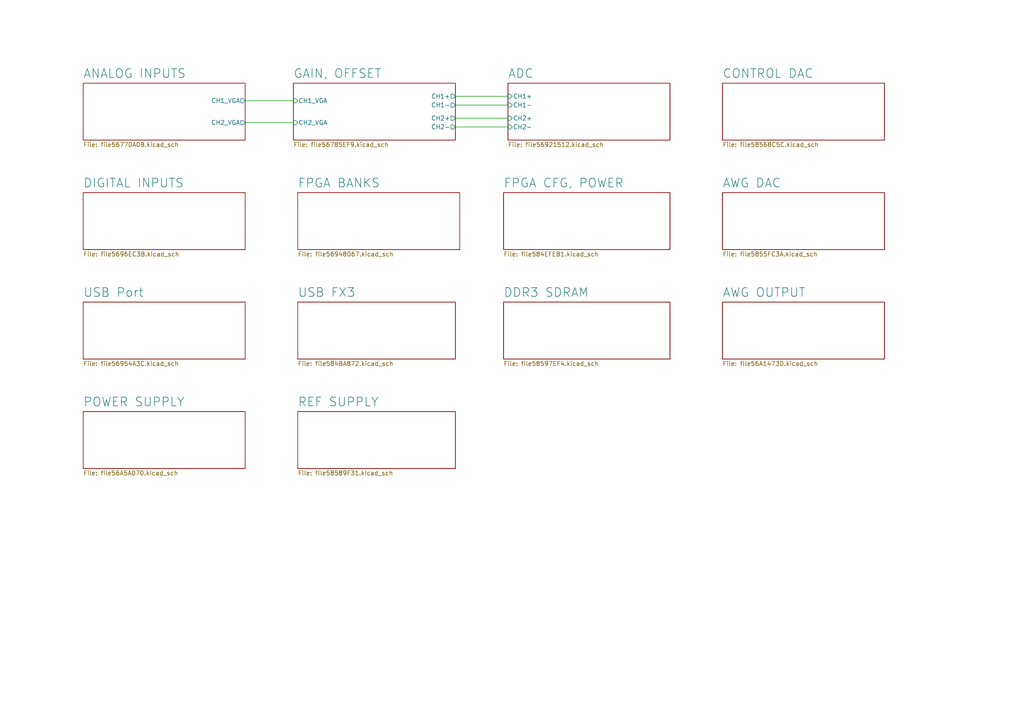
<source format=kicad_sch>
(kicad_sch
	(version 20250114)
	(generator "eeschema")
	(generator_version "9.0")
	(uuid "f31b1c23-2a40-4087-a0b6-64acf0076662")
	(paper "A4")
	(title_block
		(title "Scopefun Oscilloscope")
		(rev "v2")
		(comment 1 "Copyright Dejan Priversek 2019")
		(comment 2 "Licensed under CERN OHL v.1.2")
	)
	(lib_symbols)
	(wire
		(pts
			(xy 132.08 27.94) (xy 147.32 27.94)
		)
		(stroke
			(width 0)
			(type default)
		)
		(uuid "14cd2d16-1b21-4fa7-9b23-bcba202e293f")
	)
	(wire
		(pts
			(xy 71.12 29.21) (xy 85.09 29.21)
		)
		(stroke
			(width 0)
			(type default)
		)
		(uuid "24dca856-d3ea-490f-aa57-0fc0ec1fcbdb")
	)
	(wire
		(pts
			(xy 132.08 34.29) (xy 147.32 34.29)
		)
		(stroke
			(width 0)
			(type default)
		)
		(uuid "557a8e83-0fd0-4a47-8282-21bb82c9e992")
	)
	(wire
		(pts
			(xy 147.32 30.48) (xy 132.08 30.48)
		)
		(stroke
			(width 0)
			(type default)
		)
		(uuid "9b8e6b88-9a43-4388-9767-8c8af87163e5")
	)
	(wire
		(pts
			(xy 71.12 35.56) (xy 85.09 35.56)
		)
		(stroke
			(width 0)
			(type default)
		)
		(uuid "c9c360d1-3daa-4069-8f4c-81a2290f76f1")
	)
	(wire
		(pts
			(xy 147.32 36.83) (xy 132.08 36.83)
		)
		(stroke
			(width 0)
			(type default)
		)
		(uuid "cecad537-f939-488a-8b8d-7ddb3cbd132a")
	)
	(sheet
		(at 24.13 24.13)
		(size 46.99 16.51)
		(exclude_from_sim no)
		(in_bom yes)
		(on_board yes)
		(dnp no)
		(fields_autoplaced yes)
		(stroke
			(width 0)
			(type solid)
		)
		(fill
			(color 0 0 0 0.0000)
		)
		(uuid "00000000-0000-0000-0000-000056770a0b")
		(property "Sheetname" "ANALOG INPUTS"
			(at 24.13 22.7834 0)
			(effects
				(font
					(size 2.54 2.54)
				)
				(justify left bottom)
			)
		)
		(property "Sheetfile" "file56770A0B.kicad_sch"
			(at 24.13 41.2246 0)
			(effects
				(font
					(size 1.27 1.27)
				)
				(justify left top)
			)
		)
		(pin "CH1_VGA" output
			(at 71.12 29.21 0)
			(uuid "4564acd1-0928-4504-9efb-fa2638a88c47")
			(effects
				(font
					(size 1.27 1.27)
				)
				(justify right)
			)
		)
		(pin "CH2_VGA" output
			(at 71.12 35.56 0)
			(uuid "ef6a745d-4272-4e78-af62-089eb7b017b5")
			(effects
				(font
					(size 1.27 1.27)
				)
				(justify right)
			)
		)
		(instances
			(project "Scopefun_v2"
				(path "/f31b1c23-2a40-4087-a0b6-64acf0076662"
					(page "2")
				)
			)
		)
	)
	(sheet
		(at 85.09 24.13)
		(size 46.99 16.51)
		(exclude_from_sim no)
		(in_bom yes)
		(on_board yes)
		(dnp no)
		(fields_autoplaced yes)
		(stroke
			(width 0)
			(type solid)
		)
		(fill
			(color 0 0 0 0.0000)
		)
		(uuid "00000000-0000-0000-0000-000056785ef9")
		(property "Sheetname" "GAIN, OFFSET"
			(at 85.09 22.7834 0)
			(effects
				(font
					(size 2.54 2.54)
				)
				(justify left bottom)
			)
		)
		(property "Sheetfile" "file56785EF9.kicad_sch"
			(at 85.09 41.2246 0)
			(effects
				(font
					(size 1.27 1.27)
				)
				(justify left top)
			)
		)
		(pin "CH1_VGA" input
			(at 85.09 29.21 180)
			(uuid "f3137154-b5bf-4c54-a6c9-0b3037bb001e")
			(effects
				(font
					(size 1.27 1.27)
				)
				(justify left)
			)
		)
		(pin "CH2_VGA" input
			(at 85.09 35.56 180)
			(uuid "b34ebd32-6f7c-4419-b3bc-73ae4893671c")
			(effects
				(font
					(size 1.27 1.27)
				)
				(justify left)
			)
		)
		(pin "CH1+" output
			(at 132.08 27.94 0)
			(uuid "cda067a1-6a12-4b5b-a40f-0b93bc04377e")
			(effects
				(font
					(size 1.27 1.27)
				)
				(justify right)
			)
		)
		(pin "CH1-" output
			(at 132.08 30.48 0)
			(uuid "45d2c456-00a5-4eb3-938b-531022752d3c")
			(effects
				(font
					(size 1.27 1.27)
				)
				(justify right)
			)
		)
		(pin "CH2+" output
			(at 132.08 34.29 0)
			(uuid "0a6b48f6-416b-42df-83c4-8ff3431918c1")
			(effects
				(font
					(size 1.27 1.27)
				)
				(justify right)
			)
		)
		(pin "CH2-" output
			(at 132.08 36.83 0)
			(uuid "026cc0b9-ed25-4fe7-b83b-8e5df44a8dd1")
			(effects
				(font
					(size 1.27 1.27)
				)
				(justify right)
			)
		)
		(instances
			(project "Scopefun_v2"
				(path "/f31b1c23-2a40-4087-a0b6-64acf0076662"
					(page "6")
				)
			)
		)
	)
	(sheet
		(at 147.32 24.13)
		(size 46.99 16.51)
		(exclude_from_sim no)
		(in_bom yes)
		(on_board yes)
		(dnp no)
		(fields_autoplaced yes)
		(stroke
			(width 0)
			(type solid)
		)
		(fill
			(color 0 0 0 0.0000)
		)
		(uuid "00000000-0000-0000-0000-000056921513")
		(property "Sheetname" "ADC"
			(at 147.32 22.7834 0)
			(effects
				(font
					(size 2.54 2.54)
				)
				(justify left bottom)
			)
		)
		(property "Sheetfile" "file56921512.kicad_sch"
			(at 147.32 41.2246 0)
			(effects
				(font
					(size 1.27 1.27)
				)
				(justify left top)
			)
		)
		(pin "CH1+" input
			(at 147.32 27.94 180)
			(uuid "24d33214-5c46-4578-964e-6ab02af3be4b")
			(effects
				(font
					(size 1.27 1.27)
				)
				(justify left)
			)
		)
		(pin "CH1-" input
			(at 147.32 30.48 180)
			(uuid "b044d2e0-5496-45d0-9c8d-5bebf8910177")
			(effects
				(font
					(size 1.27 1.27)
				)
				(justify left)
			)
		)
		(pin "CH2+" input
			(at 147.32 34.29 180)
			(uuid "e5bc1899-0134-472a-814e-8f9e9d61dfbe")
			(effects
				(font
					(size 1.27 1.27)
				)
				(justify left)
			)
		)
		(pin "CH2-" input
			(at 147.32 36.83 180)
			(uuid "f686f486-cd66-4ee3-8a50-d2242c319642")
			(effects
				(font
					(size 1.27 1.27)
				)
				(justify left)
			)
		)
		(instances
			(project "Scopefun_v2"
				(path "/f31b1c23-2a40-4087-a0b6-64acf0076662"
					(page "12")
				)
			)
		)
	)
	(sheet
		(at 86.36 55.88)
		(size 46.99 16.51)
		(exclude_from_sim no)
		(in_bom yes)
		(on_board yes)
		(dnp no)
		(fields_autoplaced yes)
		(stroke
			(width 0)
			(type solid)
		)
		(fill
			(color 0 0 0 0.0000)
		)
		(uuid "00000000-0000-0000-0000-000056948068")
		(property "Sheetname" "FPGA BANKS"
			(at 86.36 54.5334 0)
			(effects
				(font
					(size 2.54 2.54)
				)
				(justify left bottom)
			)
		)
		(property "Sheetfile" "file56948067.kicad_sch"
			(at 86.36 72.9746 0)
			(effects
				(font
					(size 1.27 1.27)
				)
				(justify left top)
			)
		)
		(instances
			(project "Scopefun_v2"
				(path "/f31b1c23-2a40-4087-a0b6-64acf0076662"
					(page "7")
				)
			)
		)
	)
	(sheet
		(at 24.13 87.63)
		(size 46.99 16.51)
		(exclude_from_sim no)
		(in_bom yes)
		(on_board yes)
		(dnp no)
		(fields_autoplaced yes)
		(stroke
			(width 0)
			(type solid)
		)
		(fill
			(color 0 0 0 0.0000)
		)
		(uuid "00000000-0000-0000-0000-000056954a3d")
		(property "Sheetname" "USB Port"
			(at 24.13 86.2834 0)
			(effects
				(font
					(size 2.54 2.54)
				)
				(justify left bottom)
			)
		)
		(property "Sheetfile" "file56954A3C.kicad_sch"
			(at 24.13 104.7246 0)
			(effects
				(font
					(size 1.27 1.27)
				)
				(justify left top)
			)
		)
		(instances
			(project "Scopefun_v2"
				(path "/f31b1c23-2a40-4087-a0b6-64acf0076662"
					(page "4")
				)
			)
		)
	)
	(sheet
		(at 24.13 55.88)
		(size 46.99 16.51)
		(exclude_from_sim no)
		(in_bom yes)
		(on_board yes)
		(dnp no)
		(fields_autoplaced yes)
		(stroke
			(width 0)
			(type solid)
		)
		(fill
			(color 0 0 0 0.0000)
		)
		(uuid "00000000-0000-0000-0000-00005696ec3c")
		(property "Sheetname" "DIGITAL INPUTS"
			(at 24.13 54.5334 0)
			(effects
				(font
					(size 2.54 2.54)
				)
				(justify left bottom)
			)
		)
		(property "Sheetfile" "file5696EC3B.kicad_sch"
			(at 24.13 72.9746 0)
			(effects
				(font
					(size 1.27 1.27)
				)
				(justify left top)
			)
		)
		(instances
			(project "Scopefun_v2"
				(path "/f31b1c23-2a40-4087-a0b6-64acf0076662"
					(page "3")
				)
			)
		)
	)
	(sheet
		(at 209.55 87.63)
		(size 46.99 16.51)
		(exclude_from_sim no)
		(in_bom yes)
		(on_board yes)
		(dnp no)
		(fields_autoplaced yes)
		(stroke
			(width 0)
			(type solid)
		)
		(fill
			(color 0 0 0 0.0000)
		)
		(uuid "00000000-0000-0000-0000-000056a1473e")
		(property "Sheetname" "AWG OUTPUT"
			(at 209.55 86.2834 0)
			(effects
				(font
					(size 2.54 2.54)
				)
				(justify left bottom)
			)
		)
		(property "Sheetfile" "file56A1473D.kicad_sch"
			(at 209.55 104.7246 0)
			(effects
				(font
					(size 1.27 1.27)
				)
				(justify left top)
			)
		)
		(instances
			(project "Scopefun_v2"
				(path "/f31b1c23-2a40-4087-a0b6-64acf0076662"
					(page "15")
				)
			)
		)
	)
	(sheet
		(at 24.13 119.38)
		(size 46.99 16.51)
		(exclude_from_sim no)
		(in_bom yes)
		(on_board yes)
		(dnp no)
		(fields_autoplaced yes)
		(stroke
			(width 0)
			(type solid)
		)
		(fill
			(color 0 0 0 0.0000)
		)
		(uuid "00000000-0000-0000-0000-000056a5a071")
		(property "Sheetname" "POWER SUPPLY"
			(at 24.13 118.0334 0)
			(effects
				(font
					(size 2.54 2.54)
				)
				(justify left bottom)
			)
		)
		(property "Sheetfile" "file56A5A070.kicad_sch"
			(at 24.13 136.4746 0)
			(effects
				(font
					(size 1.27 1.27)
				)
				(justify left top)
			)
		)
		(instances
			(project "Scopefun_v2"
				(path "/f31b1c23-2a40-4087-a0b6-64acf0076662"
					(page "5")
				)
			)
		)
	)
	(sheet
		(at 86.36 87.63)
		(size 45.72 16.51)
		(exclude_from_sim no)
		(in_bom yes)
		(on_board yes)
		(dnp no)
		(fields_autoplaced yes)
		(stroke
			(width 0)
			(type solid)
		)
		(fill
			(color 0 0 0 0.0000)
		)
		(uuid "00000000-0000-0000-0000-0000584ba873")
		(property "Sheetname" "USB FX3"
			(at 86.36 86.2834 0)
			(effects
				(font
					(size 2.54 2.54)
				)
				(justify left bottom)
			)
		)
		(property "Sheetfile" "file584BA872.kicad_sch"
			(at 86.36 104.7246 0)
			(effects
				(font
					(size 1.27 1.27)
				)
				(justify left top)
			)
		)
		(instances
			(project "Scopefun_v2"
				(path "/f31b1c23-2a40-4087-a0b6-64acf0076662"
					(page "8")
				)
			)
		)
	)
	(sheet
		(at 146.05 55.88)
		(size 48.26 16.51)
		(exclude_from_sim no)
		(in_bom yes)
		(on_board yes)
		(dnp no)
		(fields_autoplaced yes)
		(stroke
			(width 0)
			(type solid)
		)
		(fill
			(color 0 0 0 0.0000)
		)
		(uuid "00000000-0000-0000-0000-0000584efeb2")
		(property "Sheetname" "FPGA CFG, POWER"
			(at 146.05 54.5334 0)
			(effects
				(font
					(size 2.54 2.54)
				)
				(justify left bottom)
			)
		)
		(property "Sheetfile" "file584EFEB1.kicad_sch"
			(at 146.05 72.9746 0)
			(effects
				(font
					(size 1.27 1.27)
				)
				(justify left top)
			)
		)
		(instances
			(project "Scopefun_v2"
				(path "/f31b1c23-2a40-4087-a0b6-64acf0076662"
					(page "10")
				)
			)
		)
	)
	(sheet
		(at 209.55 55.88)
		(size 46.99 16.51)
		(exclude_from_sim no)
		(in_bom yes)
		(on_board yes)
		(dnp no)
		(fields_autoplaced yes)
		(stroke
			(width 0)
			(type solid)
		)
		(fill
			(color 0 0 0 0.0000)
		)
		(uuid "00000000-0000-0000-0000-00005855fc3b")
		(property "Sheetname" "AWG DAC"
			(at 209.55 54.5334 0)
			(effects
				(font
					(size 2.54 2.54)
				)
				(justify left bottom)
			)
		)
		(property "Sheetfile" "file5855FC3A.kicad_sch"
			(at 209.55 72.9746 0)
			(effects
				(font
					(size 1.27 1.27)
				)
				(justify left top)
			)
		)
		(instances
			(project "Scopefun_v2"
				(path "/f31b1c23-2a40-4087-a0b6-64acf0076662"
					(page "14")
				)
			)
		)
	)
	(sheet
		(at 209.55 24.13)
		(size 46.99 16.51)
		(exclude_from_sim no)
		(in_bom yes)
		(on_board yes)
		(dnp no)
		(fields_autoplaced yes)
		(stroke
			(width 0)
			(type solid)
		)
		(fill
			(color 0 0 0 0.0000)
		)
		(uuid "00000000-0000-0000-0000-000058568c5d")
		(property "Sheetname" "CONTROL DAC"
			(at 209.55 22.7834 0)
			(effects
				(font
					(size 2.54 2.54)
				)
				(justify left bottom)
			)
		)
		(property "Sheetfile" "file58568C5C.kicad_sch"
			(at 209.55 41.2246 0)
			(effects
				(font
					(size 1.27 1.27)
				)
				(justify left top)
			)
		)
		(instances
			(project "Scopefun_v2"
				(path "/f31b1c23-2a40-4087-a0b6-64acf0076662"
					(page "13")
				)
			)
		)
	)
	(sheet
		(at 86.36 119.38)
		(size 45.72 16.51)
		(exclude_from_sim no)
		(in_bom yes)
		(on_board yes)
		(dnp no)
		(fields_autoplaced yes)
		(stroke
			(width 0)
			(type solid)
		)
		(fill
			(color 0 0 0 0.0000)
		)
		(uuid "00000000-0000-0000-0000-000058589f32")
		(property "Sheetname" "REF SUPPLY"
			(at 86.36 118.0334 0)
			(effects
				(font
					(size 2.54 2.54)
				)
				(justify left bottom)
			)
		)
		(property "Sheetfile" "file58589F31.kicad_sch"
			(at 86.36 136.4746 0)
			(effects
				(font
					(size 1.27 1.27)
				)
				(justify left top)
			)
		)
		(instances
			(project "Scopefun_v2"
				(path "/f31b1c23-2a40-4087-a0b6-64acf0076662"
					(page "9")
				)
			)
		)
	)
	(sheet
		(at 146.05 87.63)
		(size 48.26 16.51)
		(exclude_from_sim no)
		(in_bom yes)
		(on_board yes)
		(dnp no)
		(fields_autoplaced yes)
		(stroke
			(width 0)
			(type solid)
		)
		(fill
			(color 0 0 0 0.0000)
		)
		(uuid "00000000-0000-0000-0000-000058597ef5")
		(property "Sheetname" "DDR3 SDRAM"
			(at 146.05 86.2834 0)
			(effects
				(font
					(size 2.54 2.54)
				)
				(justify left bottom)
			)
		)
		(property "Sheetfile" "file58597EF4.kicad_sch"
			(at 146.05 104.7246 0)
			(effects
				(font
					(size 1.27 1.27)
				)
				(justify left top)
			)
		)
		(instances
			(project "Scopefun_v2"
				(path "/f31b1c23-2a40-4087-a0b6-64acf0076662"
					(page "11")
				)
			)
		)
	)
	(sheet_instances
		(path "/"
			(page "1")
		)
	)
	(embedded_fonts no)
)

</source>
